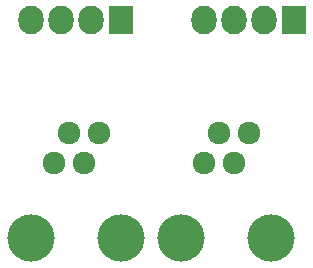
<source format=gbr>
G04 #@! TF.FileFunction,Soldermask,Top*
%FSLAX46Y46*%
G04 Gerber Fmt 4.6, Leading zero omitted, Abs format (unit mm)*
G04 Created by KiCad (PCBNEW 4.0.1-stable) date 19/01/2016 21:10:36*
%MOMM*%
G01*
G04 APERTURE LIST*
%ADD10C,0.100000*%
%ADD11C,1.924000*%
%ADD12C,4.000000*%
%ADD13R,2.127200X2.432000*%
%ADD14O,2.127200X2.432000*%
G04 APERTURE END LIST*
D10*
D11*
X153035000Y-97155000D03*
X151765000Y-99695000D03*
X150495000Y-97155000D03*
X149225000Y-99695000D03*
D12*
X147320000Y-106045000D03*
X154940000Y-106045000D03*
D13*
X169545000Y-87630000D03*
D14*
X167005000Y-87630000D03*
X164465000Y-87630000D03*
X161925000Y-87630000D03*
D13*
X154940000Y-87630000D03*
D14*
X152400000Y-87630000D03*
X149860000Y-87630000D03*
X147320000Y-87630000D03*
D11*
X165735000Y-97155000D03*
X164465000Y-99695000D03*
X163195000Y-97155000D03*
X161925000Y-99695000D03*
D12*
X160020000Y-106045000D03*
X167640000Y-106045000D03*
M02*

</source>
